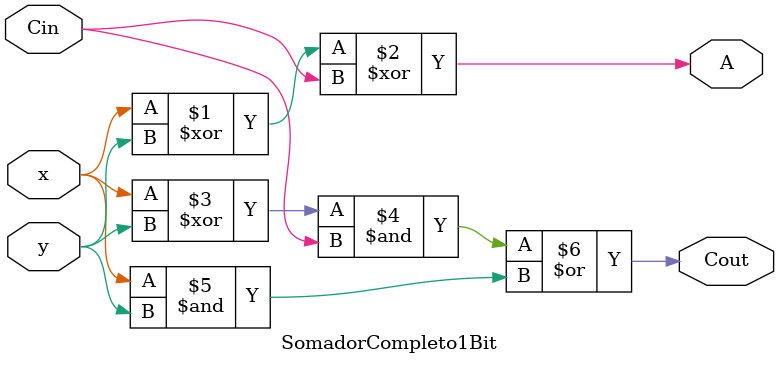
<source format=v>

module SomadorCompleto1Bit(x, y, Cin , Cout, A);
input x, y, Cin;
output Cout, A;
assign A = (x ^ y) ^ Cin;
assign Cout = ((x ^ y) & Cin) | (x & y);
endmodule
</source>
